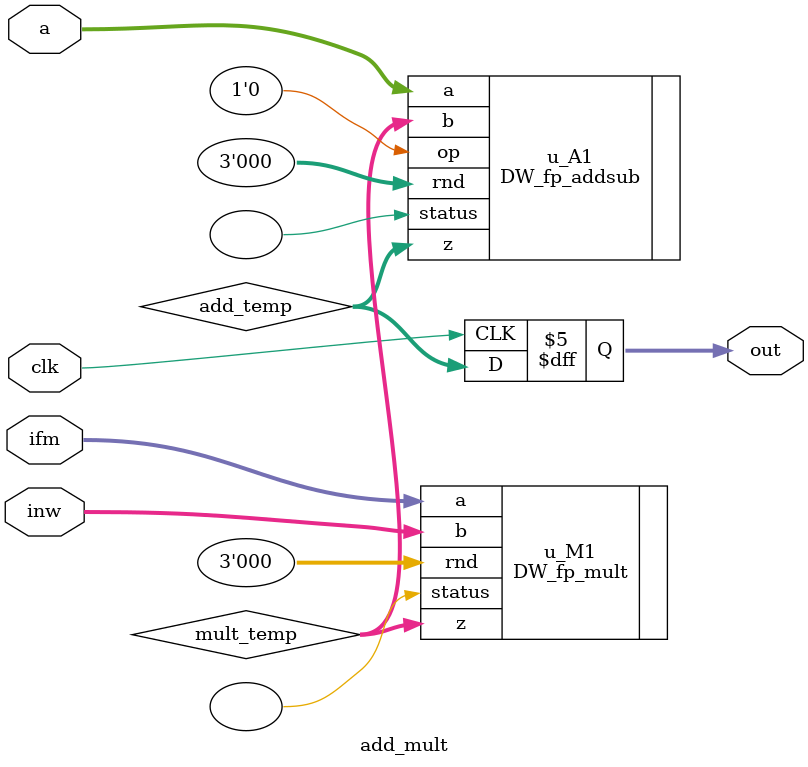
<source format=v>

module CNN(
    //Input Port
    clk,
    rst_n,
    in_valid,
    Img,
    Kernel,
	Weight,
    Opt,

    //Output Port
    out_valid,
    out
    );


//---------------------------------------------------------------------
//   PARAMETER/integer / genvar 
//---------------------------------------------------------------------

// IEEE floating point parameter
parameter inst_sig_width = 23;
parameter inst_exp_width = 8;
parameter inst_ieee_compliance = 0;
parameter inst_arch_type = 0;
parameter inst_arch = 0;
parameter inst_faithful_round = 0;
parameter inst_extra_prec = 0;
integer i;
//parameter
parameter FP_minus1 = 32'hBF800000;
parameter FP0 = 32'h00000000;
parameter FP1 = 32'h3F800000;
parameter FP_TANH_0 = FP0;   
parameter FP_TANH_1 = 32'h3F42F7D6;     //0.76159415595
parameter FP_SIGM_0 = 32'h3f000000;   //0.5
parameter FP_SIGM_1 = 32'h3F3B26A8;   //0.73105857863
parameter FP_SOFTP_0 = 32'h3F317218; 
parameter FP_SOFTP_1 = 32'h3FA818F6;  //3FA818F5
//================================================================
//  
//================================================================

input rst_n, clk, in_valid;
input [inst_sig_width+inst_exp_width:0] Img, Kernel, Weight;
input [1:0] Opt;

output reg	out_valid;
output reg [inst_sig_width+inst_exp_width:0] out;
//================================================================
//   Wires & Registers 
//================================================================
wire [6:0] n_cnt;
reg  [6:0] cnt;

reg [1:0] mode;
reg [inst_sig_width + inst_exp_width:0] img [0:15];

reg [inst_sig_width + inst_exp_width:0] kernel_1 [0:8];
reg [inst_sig_width + inst_exp_width:0] kernel_2 [0:8];
wire [inst_sig_width + inst_exp_width:0] n_kernel_1 [0:8];
wire [inst_sig_width + inst_exp_width:0] n_kernel_2 [0:8];

reg [inst_sig_width + inst_exp_width:0] weight [0:3];
//padding
reg [inst_sig_width + inst_exp_width:0] img_pad [0:8];
reg [inst_sig_width + inst_exp_width:0] img_pad_3to0, img_pad_4to1, img_pad_5to2, img_pad_6to3, img_pad_7to4, img_pad_8to5;
//convolution
wire [inst_sig_width + inst_exp_width:0] conv_0, conv_1, conv_2, conv_3, conv_4, conv_5, conv_6, conv_7, conv_8;
wire [inst_sig_width + inst_exp_width:0] conv_refill;
reg [inst_sig_width + inst_exp_width:0] conv_buffer[0:6];
//maxpooling && fully conntected
reg [inst_sig_width + inst_exp_width:0] max_mp,max_mp_temp1,max_mp_temp2;
reg  [inst_sig_width + inst_exp_width:0]  in_fc_mult1 ,in_fc_mult2;
wire [inst_sig_width + inst_exp_width:0]  out_fc_mult1 ,out_fc_mult2;
reg  [inst_sig_width + inst_exp_width:0]  in_fc_add1  , in_fc_add2;   
wire [inst_sig_width + inst_exp_width:0]  out_fc_add1 , out_fc_add2;
reg  [inst_sig_width + inst_exp_width:0]  fc[0:3];
//activation
wire [inst_sig_width + inst_exp_width:0] max_n_temp1, max_n_temp2, max_n;
wire [inst_sig_width + inst_exp_width:0] min_n_temp1, min_n_temp2, min_n;
reg [inst_sig_width + inst_exp_width:0] x1, x2;
wire [3:0] order;
reg [inst_sig_width + inst_exp_width:0] norm_act_in_1, norm_act_in_2, norm_act_in_3, norm_act_in_4;
wire [inst_sig_width + inst_exp_width:0] norm_act_out1, norm_act_out2;
reg [inst_sig_width + inst_exp_width:0] norm_act_addsub_top, norm_act_addsub_bot;
wire norm_act_sub_add;
wire [inst_sig_width + inst_exp_width:0] z_2,exp_in;
reg  [inst_sig_width + inst_exp_width:0] act_exp;
wire [inst_sig_width + inst_exp_width:0] div_out;
reg [inst_sig_width + inst_exp_width:0] norm_act_div;
reg [inst_sig_width + inst_exp_width:0] div_top;
reg [inst_sig_width + inst_exp_width:0] div_bot;
 wire [inst_sig_width + inst_exp_width:0] ln_out;
wire [inst_sig_width+inst_exp_width:0] exp_out;
//output
reg [inst_sig_width + inst_exp_width:0] norm_act_div1;  //norm_act_div delay1
wire [inst_sig_width + inst_exp_width:0] activation_0, activation_1;
reg [inst_sig_width + inst_exp_width:0] n_output[0:3];
reg [1:0] cnt_out;
wire [1:0] n_cnt_out;
reg out_flag;

// ===============================================================
// Design
// ===============================================================
//counter
assign n_cnt =(&cnt_out)?0: (in_valid || |cnt )? cnt + 1 : cnt;

always@(posedge clk or negedge rst_n)begin
    if(!rst_n)  cnt <= 0;
    else cnt <= n_cnt;
end
//img reg
always@(posedge clk) begin
    for(i=0;i<16;i=i+1)begin
        if(i==cnt[3:0])
            img[i] <= Img;
        else
            img[i] <= img[i];
    end
end
//weight reg
always@(posedge clk) begin
    if(cnt<4)begin
        weight[cnt[1:0]] <= Weight;
    end
end
//kernel reg
always@(posedge clk)begin
    for(i=0;i<9;i=i+1)begin
        kernel_1[i] <= n_kernel_1[i];
        kernel_2[i] <= n_kernel_2[i];
    end

end

assign n_kernel_1[0] = (cnt == 0)?Kernel:(cnt==16 || cnt == 32)?kernel_2[0]:kernel_1[0];
assign n_kernel_1[1] = (cnt == 1)?Kernel:(cnt==17 || cnt == 33)?kernel_2[1]:kernel_1[1];
assign n_kernel_1[2] = (cnt == 2)?Kernel:(cnt==18 || cnt == 34)?kernel_2[2]:kernel_1[2];
assign n_kernel_1[3] = (cnt == 3)?Kernel:(cnt==19 || cnt == 35)?kernel_2[3]:kernel_1[3];
assign n_kernel_1[4] = (cnt == 4)?Kernel:(cnt==20 || cnt == 36)?kernel_2[4]:kernel_1[4];
assign n_kernel_1[5] = (cnt == 5)?Kernel:(cnt==21 || cnt == 37)?kernel_2[5]:kernel_1[5];
assign n_kernel_1[6] = (cnt == 6)?Kernel:(cnt==22 || cnt == 38)?kernel_2[6]:kernel_1[6];
assign n_kernel_1[7] = (cnt == 7)?Kernel:(cnt==23 || cnt == 39)?kernel_2[7]:kernel_1[7];
assign n_kernel_1[8] = (cnt == 8)?Kernel:(cnt==24 || cnt == 40)?kernel_2[8]:kernel_1[8];

assign n_kernel_2[0] = (cnt == 9 || cnt == 18) ? Kernel : kernel_2[0];
assign n_kernel_2[1] = (cnt == 10 || cnt == 19) ? Kernel : kernel_2[1];
assign n_kernel_2[2] = (cnt == 11 || cnt == 20) ? Kernel : kernel_2[2];
assign n_kernel_2[3] = (cnt == 12 || cnt == 21) ? Kernel : kernel_2[3];
assign n_kernel_2[4] = (cnt == 13 || cnt == 22) ? Kernel : kernel_2[4];
assign n_kernel_2[5] = (cnt == 14 || cnt == 23) ? Kernel : kernel_2[5];
assign n_kernel_2[6] = (cnt == 15 || cnt == 24) ? Kernel : kernel_2[6];
assign n_kernel_2[7] = (cnt == 16 || cnt == 25) ? Kernel : kernel_2[7];
assign n_kernel_2[8] = (cnt == 17 || cnt == 26) ? Kernel : kernel_2[8];
//opt reg
always@(negedge rst_n or posedge clk)begin
    if(!rst_n) mode <= 0;
    else if(cnt ==0 && in_valid)    mode <= Opt;
    else mode <= mode;
end
// padding

always@(*)begin
        case(cnt[3:0])
        4'd1: img_pad[0] = mode[1]? img[0]:FP0;
        4'd2: img_pad[0] = mode[1]? img[0]:FP0;
        4'd3: img_pad[0] = mode[1]? img[1]:FP0;
        4'd4: img_pad[0] = mode[1]? img[2]:FP0;
        default: img_pad[0] = img_pad_3to0;
        endcase
end

always@(*)begin
    case(cnt[3:0])
    4'd2: img_pad[1] = (mode[1])? img[0]:FP0;
    4'd3: img_pad[1] = (mode[1])? img[1]:FP0;
    4'd4: img_pad[1] = (mode[1])? img[2]:FP0;
    4'd5: img_pad[1] = (mode[1])? img[3]:FP0;
    default: img_pad[1] = img_pad_4to1;
    endcase
end

always@(*)begin
    case(cnt[3:0])
    4'd3: img_pad[2] = (mode[1])? img[1]:FP0;
    4'd4: img_pad[2] = (mode[1])? img[2]:FP0;
    4'd5: img_pad[2] = (mode[1])? img[3]:FP0;
    4'd6: img_pad[2] = (mode[1])? img[3]:FP0;
    default: img_pad[2] = img_pad_5to2;
    endcase
end

always@(*)begin
    case(cnt[3:0])
    4'd4: img_pad[3] = (mode[1])? img[0]:FP0;
    4'd5: img_pad[3] = img[0];
    4'd6: img_pad[3] = img[1];
    4'd7: img_pad[3] = img[2];
    default: img_pad[3] = img_pad_6to3;
    endcase
end

always@(*)begin
    case(cnt[3:0])
    4'd5: img_pad[4] = img[0];
    4'd6: img_pad[4] = img[1];
    4'd7: img_pad[4] = img[2];
    4'd8: img_pad[4] = img[3];
    default: img_pad[4] = img_pad_7to4;
    endcase
end

always@(*)begin
    case(cnt[3:0])
    4'd6: img_pad[5] = img[1];
    4'd7: img_pad[5] = img[2];
    4'd8: img_pad[5] = img[3];
    4'd9: img_pad[5] = (mode[1])? img[3]:FP0;
    default: img_pad[5] = img_pad_8to5;
    endcase
end

always@(*)begin   //13 14 15 16 19 20 21 22 25 26 27 28 31 32 33 34
    case(cnt[3:0])
    4'd7: img_pad[6] = (mode[1])? img[4]:FP0;
    4'd8: img_pad[6] = img[4];
    4'd9: img_pad[6] = img[5];
    4'd10:img_pad[6] = img[6];

    4'd11:img_pad[6] = (mode[1])? img[8]:FP0;
    4'd12:img_pad[6] = img[8];
    4'd13:img_pad[6] = img[9];
    4'd14:img_pad[6] = img[10];

    4'd15:img_pad[6] = (mode[1])? img[12]:FP0;
    4'd0: img_pad[6] = img[12];
    4'd1: img_pad[6] = img[13];
    4'd2: img_pad[6] = img[14];

    4'd3: img_pad[6] = (mode[1])? img[12]:FP0;
    4'd4: img_pad[6] = (mode[1])? img[12]:FP0;
    4'd5: img_pad[6] = (mode[1])? img[13]:FP0;
    4'd6: img_pad[6] = (mode[1])? img[14]:FP0;
    endcase
end

always@(*)begin   // 14 15 16 17    20 21 22 23   26 27 28 29    32 33 34 35
    case(cnt[3:0])
    4'd8: img_pad[7] = img[4];
    4'd9: img_pad[7] = img[5];
    4'd10:img_pad[7] = img[6];
    4'd11:img_pad[7] = img[7];

    4'd12:img_pad[7] = img[8];
    4'd13:img_pad[7] = img[9];
    4'd14:img_pad[7] = img[10];
    4'd15:img_pad[7] = img[11];

    4'd0: img_pad[7] = img[12];
    4'd1: img_pad[7] = img[13];
    4'd2: img_pad[7] = img[14];
    4'd3: img_pad[7] = img[15];
    
    4'd4: img_pad[7] = (mode[1])? img[12]:FP0;
    4'd5: img_pad[7] = (mode[1])? img[13]:FP0;
    4'd6: img_pad[7] = (mode[1])? img[14]:FP0;
    4'd7: img_pad[7] = (mode[1])? img[15]:FP0;
    endcase
end

always@(*)begin   //  15 16 17 18   21 22 23 24  27 28 29 30   33 34 35 36
    case(cnt[3:0])
    4'd9: img_pad[8] = img[5];
    4'd10:img_pad[8] = img[6];
    4'd11:img_pad[8] = img[7];
    4'd12:img_pad[8] = (mode[1])? img[7]:FP0;

    4'd13:img_pad[8] = img[9];
    4'd14:img_pad[8] = img[10];
    4'd15:img_pad[8] = img[11];
    4'd0: img_pad[8] = (mode[1])? img[11]:FP0;

    4'd1: img_pad[8] = img[13];
    4'd2: img_pad[8] = img[14];
    4'd3: img_pad[8] = img[15];
    4'd4: img_pad[8] = (mode[1])? img[15]:FP0;

    4'd5: img_pad[8] = (mode[1])? img[13]:FP0;
    4'd6: img_pad[8] = (mode[1])? img[14]:FP0;
    4'd7: img_pad[8] = (mode[1])? img[15]:FP0;
    4'd8: img_pad[8] = (mode[1])? img[15]:FP0;
    endcase
end

always@(posedge clk)begin
    img_pad_3to0 <= img_pad[3];
    img_pad_4to1 <= img_pad[4];
    img_pad_5to2 <= img_pad[5];
    img_pad_6to3 <= img_pad[6];
    img_pad_7to4 <= img_pad[7];
    img_pad_8to5 <= img_pad[8];
end
//=================
// Convolution
//=================

//convolution pipeline 9 stage

add_mult #(inst_sig_width,inst_exp_width,inst_ieee_compliance) 
    u_add_mult_0(.clk(clk),.a(conv_refill),.ifm(img_pad[0]),.inw(kernel_1[0]),.out(conv_0));
add_mult#(inst_sig_width,inst_exp_width,inst_ieee_compliance) 
    u_add_mult_1(.clk(clk),.a(conv_0),.ifm(img_pad[1]),.inw(kernel_1[1]),.out(conv_1));
add_mult #(inst_sig_width,inst_exp_width,inst_ieee_compliance) 
    u_add_mult_2(.clk(clk),.a(conv_1),.ifm(img_pad[2]),.inw(kernel_1[2]),.out(conv_2));        
add_mult #(inst_sig_width,inst_exp_width,inst_ieee_compliance) 
    u_add_mult_3(.clk(clk),.a(conv_2),.ifm(img_pad[3]),.inw(kernel_1[3]),.out(conv_3));
add_mult #(inst_sig_width,inst_exp_width,inst_ieee_compliance) 
    u_add_mult_4(.clk(clk),.a(conv_3),.ifm(img_pad[4]),.inw(kernel_1[4]),.out(conv_4));
add_mult #(inst_sig_width,inst_exp_width,inst_ieee_compliance) 
    u_add_mult_5(.clk(clk),.a(conv_4),.ifm(img_pad[5]),.inw(kernel_1[5]),.out(conv_5));     
add_mult #(inst_sig_width,inst_exp_width,inst_ieee_compliance) 
    u_add_mult_6(.clk(clk),.a(conv_5),.ifm(img_pad[6]),.inw(kernel_1[6]),.out(conv_6));
add_mult #(inst_sig_width,inst_exp_width,inst_ieee_compliance) 
    u_add_mult_7(.clk(clk),.a(conv_6),.ifm(img_pad[7]),.inw(kernel_1[7]),.out(conv_7));
add_mult #(inst_sig_width,inst_exp_width,inst_ieee_compliance) 
    u_add_mult_8(.clk(clk),.a(conv_7),.ifm(img_pad[8]),.inw(kernel_1[8]),.out(conv_8));     

always@(posedge clk) begin
    conv_buffer[6] <= conv_8;
    for(i=0;i<6;i=i+1)
        conv_buffer[i] <= conv_buffer[i+1];
end

assign conv_refill = (cnt > 16  )? conv_buffer[0] : FP0;
// first output:  counter == 42 conv_8  ~~~ counter = 57

//=================
// Max pooling
//=================
// maxpooling 0 1 4 5     at counter 47,  48
// maxpooling 2 3 6 7     at counter 49   50
// maxpooling 8 9 12 13   at counter 55   56
// maxpooling 10 11 14 15 at counter 57   58
wire [inst_sig_width + inst_exp_width:0] in_cmp_mp1, in_cmp_mp2;
wire [inst_sig_width + inst_exp_width:0] in_cmp_mp3, in_cmp_mp4;
assign in_cmp_mp1=(cnt[0])? conv_8:conv_buffer[6];
assign in_cmp_mp2=(cnt[0])? conv_buffer[6]:conv_buffer[5];
assign in_cmp_mp3=(cnt[0])? conv_buffer[2]:conv_buffer[1];
assign in_cmp_mp4=(cnt[0])? conv_buffer[3]:conv_buffer[2];

DW_fp_cmp#(inst_sig_width,inst_exp_width,inst_ieee_compliance) 
    mp_C0 (.a(in_cmp_mp1), .b(in_cmp_mp2), .zctr(1'd0), .z1(max_mp_temp1));
DW_fp_cmp#(inst_sig_width,inst_exp_width,inst_ieee_compliance) 
    mp_C1 (.a(in_cmp_mp3), .b(in_cmp_mp4), .zctr(1'd0), .z1(max_mp_temp2));
DW_fp_cmp#(inst_sig_width,inst_exp_width,inst_ieee_compliance) 
    mp_C2 (.a(max_mp_temp1), .b(max_mp_temp2), .zctr(1'd0), .z1(max_mp));


//=================
// Fully Connected
//=================
DW_fp_mult #(inst_sig_width, inst_exp_width, inst_ieee_compliance)
    fc_M1 ( .a(max_mp), .b(in_fc_mult1), .rnd(3'd0), .z(out_fc_mult1), .status( ) );

DW_fp_add #(inst_sig_width, inst_exp_width, inst_ieee_compliance)
    fc_A1 ( .a(out_fc_mult1), .b(in_fc_add1), .rnd(3'd0),.z(out_fc_add1), .status() );
 
//47  mp1* W[0] put at fc[0]                  101111
//48  mp1* W[1] put at fc[1]                  110000
//49  mp2* W[2] ,plus fc[0] and store fc[0]   110001
//50  mp2* W[3] ,plus fc[1] and store fc[1]   110010
//55  mp3* W[0] put at fc[2]                  110111
//56  mp3* W[1] put at fc[3]                  111000
//57  mp4* W[2] ,plus fc[2] and store fc[2]   111001
//58  mp4* W[3] ,plus fc[3] and store fc[3]   111010

always@(*)begin
    case(cnt[1:0])
    2'd3: in_fc_mult1 = weight[0];
    2'd0: in_fc_mult1 = weight[1];
    2'd1: in_fc_mult1 = weight[2];
    2'd2: in_fc_mult1 = weight[3];
    endcase
end

always@(*)begin
    if(cnt==49)  in_fc_add1 = fc[0];
    else if(cnt==50)  in_fc_add1 = fc[1];
    else if(cnt==57) in_fc_add1 = fc[2];
    else  in_fc_add1 = fc[3];
end

always@(posedge clk)begin
    if(cnt == 47) begin 
        fc[0] <= out_fc_mult1;
    end
    else if (cnt == 49) begin
        fc[0] <= out_fc_add1;
    end
    else begin
        fc[0] <= fc[0];
    end
end


always@(posedge clk)begin
    if(cnt == 48) begin 
        fc[1] <= out_fc_mult1;
    end
    else if (cnt == 50) begin
        fc[1] <= out_fc_add1;
    end
    else begin
        fc[1] <= fc[1];
    end
end

always@(posedge clk)begin
    if(cnt == 55) begin 
        fc[2] <= out_fc_mult1;
    end
    else if (cnt == 57) begin
        fc[2] <= out_fc_add1;
    end
    else begin
        fc[2] <= fc[2];
    end
end

always@(posedge clk)begin
    if(cnt == 56) begin 
        fc[3] <= out_fc_mult1;
    end
    else if (cnt == 58) begin
        fc[3] <= out_fc_add1;
    end
    else begin
        fc[3] <= fc[3];
    end
end



//=================
// Normalization
//=================
//max min
DW_fp_cmp #(inst_sig_width, inst_exp_width, inst_ieee_compliance)
norm_c1 ( .a(fc[0]), .b(fc[1]), .zctr(1'b1), .aeqb(), .altb(order[3]), .agtb(), .unordered(), .z0(max_n_temp1), .z1(min_n_temp1), .status0(), .status1() );
DW_fp_cmp #(inst_sig_width, inst_exp_width, inst_ieee_compliance)
norm_c2 ( .a(fc[2]), .b(fc[3]), .zctr(1'b1), .aeqb(), .altb(order[2]), .agtb(), .unordered(), .z0(max_n_temp2), .z1(min_n_temp2), .status0(), .status1() );
DW_fp_cmp #(inst_sig_width, inst_exp_width, inst_ieee_compliance)
norm_c3 ( .a(max_n_temp1), .b(max_n_temp2), .zctr(1'b1), .aeqb(), .altb(order[1]), .agtb(), .unordered(), .z0(max_n), .z1(), .status0(), .status1() );
DW_fp_cmp #(inst_sig_width, inst_exp_width, inst_ieee_compliance)
norm_c4 ( .a(min_n_temp1), .b(min_n_temp2), .zctr(1'b1), .aeqb(), .altb(order[0]), .agtb(), .unordered(), .z0(), .z1(min_n), .status0(), .status1() );

always@(*)begin
    case (order)    // 12 * 2    23*4   01*4   03*2   13*2   02*2
    4'b0000   :begin  //  0 > 1 , 2 >3  , 0 >2 , 1 >3  max0 , min3
        x1 = fc[1];
        x2 = fc[2];
    end 
    4'b0001:begin   // 0 > 1 , 2 >3  , 0 >2 , 1 < 3
        x1 = fc[2];
        x2 = fc[3];
    end
    4'b0010:begin   // 0 > 1 , 2 >3  , 0 < 2 , 1 >3   max 2 , min3
        x1= fc[0];
        x2 = fc[1];
    end
    4'b0011:begin   // 0 > 1 , 2 >3  , 0 < 2 , 1 < 3  max 2 , min1
        x1 = fc[0];
        x2 = fc[3];
    end
    4'b0100:begin   // 0 > 1 , 2 <3  , 0 > 3 , 1 >2  max 0 , min2
        x1 = fc[1];
        x2 = fc[3];
    end
    4'b0101:begin   // 0 > 1 , 2 <3  , 0 > 3 , 1 <2  max 0 , min1
        x1 = fc[2];
        x2 = fc[3];
    end
    4'b0110:begin   // 0 > 1 , 2 <3  , 0 < 3 , 1 >2  max 3 , min2
        x1 = fc[0];
        x2 = fc[1];
    end
    4'b0111:begin   // 0 > 1 , 2 <3  , 0 < 3 , 1 <2  max 3 , min1
        x1 = fc[0];
        x2 = fc[2];
    end
    4'b1000:begin   // 0 < 1 , 2 >3  , 1 > 2 , 0 >3  max 1 , min3
        x1 = fc[0];
        x2 = fc[2];
    end
    4'b1001:begin  // 0 < 1 , 2 >3  , 1 > 2 , 0 <3  max 1 , min0
        x1 = fc[2];
        x2 = fc[3];
    end
    4'b1010:begin  // 0 < 1 , 2 >3  , 1 < 2 , 0 >3  max 2 , min3
        x1 = fc[0];
        x2 = fc[1];
    end
    4'b1011:begin // 0 < 1 , 2 >3  , 1 < 2 , 0 <3  max 2 , min0
        x1 = fc[1];
        x2 = fc[3];
    end
    4'b1100:begin // 0 < 1 , 2 <3  , 1 > 3 , 0 >2  max 1 , min2
        x1 = fc[0];
        x2 = fc[3];
    end
    4'b1101:begin // 0 < 1 , 2 <3  , 1 > 3 , 0 <2  max 1 , min0
        x1 = fc[2];
        x2 = fc[3];
    end
    4'b1110:begin // 0 < 1 , 2 <3  , 1 < 3 , 0 >2  max 3 , min2
        x1 = fc[0];
        x2 = fc[1];
    end
    4'b1111:begin // 0 < 1 , 2 <3  , 1 < 3 , 0 <2  max 3 , min0
        x1 = fc[1];
        x2 = fc[2];
    end
    endcase
end

//=================

DW_fp_sub #(inst_sig_width, inst_exp_width, inst_ieee_compliance)
    NA_A1 ( .a(norm_act_in_1), .b(norm_act_in_2), .rnd(3'd0),.z(norm_act_out1), .status() );
    DW_fp_sub #(inst_sig_width, inst_exp_width, inst_ieee_compliance)
    NA_A2 ( .a(norm_act_in_3), .b(norm_act_in_4), .rnd(3'd0),.z(norm_act_out2), .status() );


always@(*)begin
    if(cnt == 59)
    norm_act_in_1 = x1;
    else if(cnt == 60)
    norm_act_in_1 = x2;
    else norm_act_in_1 = act_exp;
end

always@(*)begin
    if(cnt == 59|| cnt == 60)
    norm_act_in_2 = min_n;
    else norm_act_in_2 = FP1;
end

always@(*)begin
    if(cnt == 59|| cnt == 60) norm_act_in_3 = max_n;
    else norm_act_in_3 = act_exp;
end

always@(*)begin
    if(cnt == 59|| cnt == 60) norm_act_in_4 = min_n;
    else norm_act_in_4 = FP_minus1;
end
//addsub output reg
always@(posedge clk)begin
    norm_act_addsub_top <= (mode == 2 && (cnt == 62||cnt == 63))? FP1 : norm_act_out1;
    norm_act_addsub_bot <= norm_act_out2;
end
//div  &&  ln 
/*
always@(*)begin
    if(mode == 2 && (cnt == 63||cnt == 64))  begin//sigmoid
        div_top = FP1; 
    end
    else begin
       div_top = norm_act_addsub_top;   //tanh 
    end
    
end*/
always@(*)begin
        div_top = norm_act_addsub_top;  //sigm & tanh & ln  & normilization
        div_bot = norm_act_addsub_bot;  //sigm & tanh & ln  & normilization
end

DW_fp_div #(inst_sig_width, inst_exp_width, inst_ieee_compliance, inst_faithful_round)
 u_div( .a(div_top), .b(div_bot), .rnd(3'd0), .z(div_out), .status());
//ln
 DW_fp_ln #(inst_sig_width, inst_exp_width, inst_ieee_compliance, inst_extra_prec,inst_arch)
 LN_1 (.a(div_bot),.z(ln_out),.status());

//div or ln  output reg
always@(posedge clk) begin
    if(cnt > 61 && mode == 0) norm_act_div <= norm_act_div;
    else  if(mode==3 && (cnt==63||cnt==64)) norm_act_div <= ln_out;
    else  if(cnt>64) norm_act_div <= norm_act_div;
    else  norm_act_div <= div_out;
end


//exp part//  +z  -z   z*2  and exp(z) one cycle

wire [7:0] z2;
assign z2 = norm_act_div[30:23] + 1;
assign exp_in = (mode==1)?{norm_act_div[31],z2,norm_act_div[22:0]}:(mode==2)? {~norm_act_div[31],norm_act_div[30:0]}:norm_act_div;//(&mode)? norm_act_div: (mode[1])? {~norm_act_div[31],norm_act_div[30:0]} : z_2; 

DW_fp_exp #(inst_sig_width, inst_exp_width, inst_ieee_compliance, inst_arch)
 u_EXP (.a(exp_in),.z(exp_out),.status() );

always@(posedge clk)begin
    act_exp <= exp_out;
end



//=================
// Output control
//=================


always@(posedge clk) begin
    if(cnt == 61) norm_act_div1 <= norm_act_div;
    else if(cnt == 64 ) norm_act_div1 <= norm_act_div;//&& mode != 0) norm_act_div1 <= norm_act_div;
    else norm_act_div1 <= norm_act_div1;
end


assign n_cnt_out = (out_flag)? cnt_out + 1:cnt_out;

always@(posedge clk or negedge rst_n)begin
    if(!rst_n) begin
        cnt_out <= 0;
    end
    else cnt_out <= n_cnt_out;
end

always@(posedge clk or negedge rst_n)begin
    if(!rst_n) out_flag <= 0;
    else if(mode ==0 && cnt == 60) out_flag <= 1;
    else if(mode ==0 && cnt == 64) out_flag <= 0;
    else if(cnt == 63) out_flag <= 1;
    else if(cnt == 67) out_flag <= 0; 
    else out_flag <= out_flag;
end 


assign activation_0 = (mode ==2)?FP_SIGM_0:(mode ==3)? FP_SOFTP_0:FP0;
assign activation_1 = (mode ==0)?FP1:(mode ==1)? FP_TANH_1:(mode ==2)?FP_SIGM_1:FP_SOFTP_1;

always@(*)begin
    if(order == 0 || order == 1 || order == 4 || order == 5) n_output[0] = activation_1;
    else if(order == 9 || order == 11|| order == 13|| order ==15) n_output[0] = activation_0;
    else n_output[0] = norm_act_div;
end

always@(*)begin
    if(order == 8 || order == 9 || order == 12 || order == 13) n_output[1] = activation_1;   
    else if(order == 1 || order == 3|| order == 5|| order ==7) n_output[1] = activation_0;
    else if(order == 2 || order == 6|| order == 10|| order ==14) n_output[1] = norm_act_div;
    else n_output[1] = norm_act_div1;
end


always@(*)begin
    if(order == 2 || order == 3 || order == 10 || order == 11) n_output[2] = activation_1;   
    else if(order == 4 || order == 6|| order == 12|| order ==14) n_output[2] = activation_0;
    else if(order == 0 || order == 7|| order == 8|| order ==15) n_output[2] = norm_act_div; 
    else n_output[2] = norm_act_div1;
end

always@(*)begin
    if(order == 6 || order == 7 || order == 14 || order == 15) n_output[3] = activation_1;
    else if(order == 0 || order == 2|| order == 8|| order ==10) n_output[3] = activation_0;
    else n_output[3] = norm_act_div;
end



//=================
// Output
//=================
always@(posedge clk or negedge rst_n) begin
    if(!rst_n) begin
        out_valid <= 0;
        out <= 0;
    end
    else if(out_flag) begin
        out_valid <= 1;
        out <= n_output[cnt_out];
    end
    else  begin
        out_valid <= 0;
        out <= 0;
    end
end

endmodule


module add_mult 
    #(  parameter inst_sig_width       = 23,
        parameter inst_exp_width       = 8,
        parameter inst_ieee_compliance = 0
    )(clk,a,ifm,inw,out);
    
    input clk;
    input [inst_sig_width +inst_exp_width :0] a, ifm, inw;
    output reg [inst_sig_width +inst_exp_width :0] out;

    wire [inst_sig_width +inst_exp_width :0] mult_temp ,add_temp;

    DW_fp_mult #(inst_sig_width, inst_exp_width, inst_ieee_compliance)
        u_M1( .a(ifm), .b(inw), .rnd(3'd0), .z(mult_temp), .status( ) );

    DW_fp_addsub #(inst_sig_width, inst_exp_width, inst_ieee_compliance)
        u_A1 ( .a(a), .b(mult_temp),.op(1'b0), .rnd(3'd0),.z(add_temp), .status() );
    
    always@(posedge clk) out <= add_temp;

endmodule
</source>
